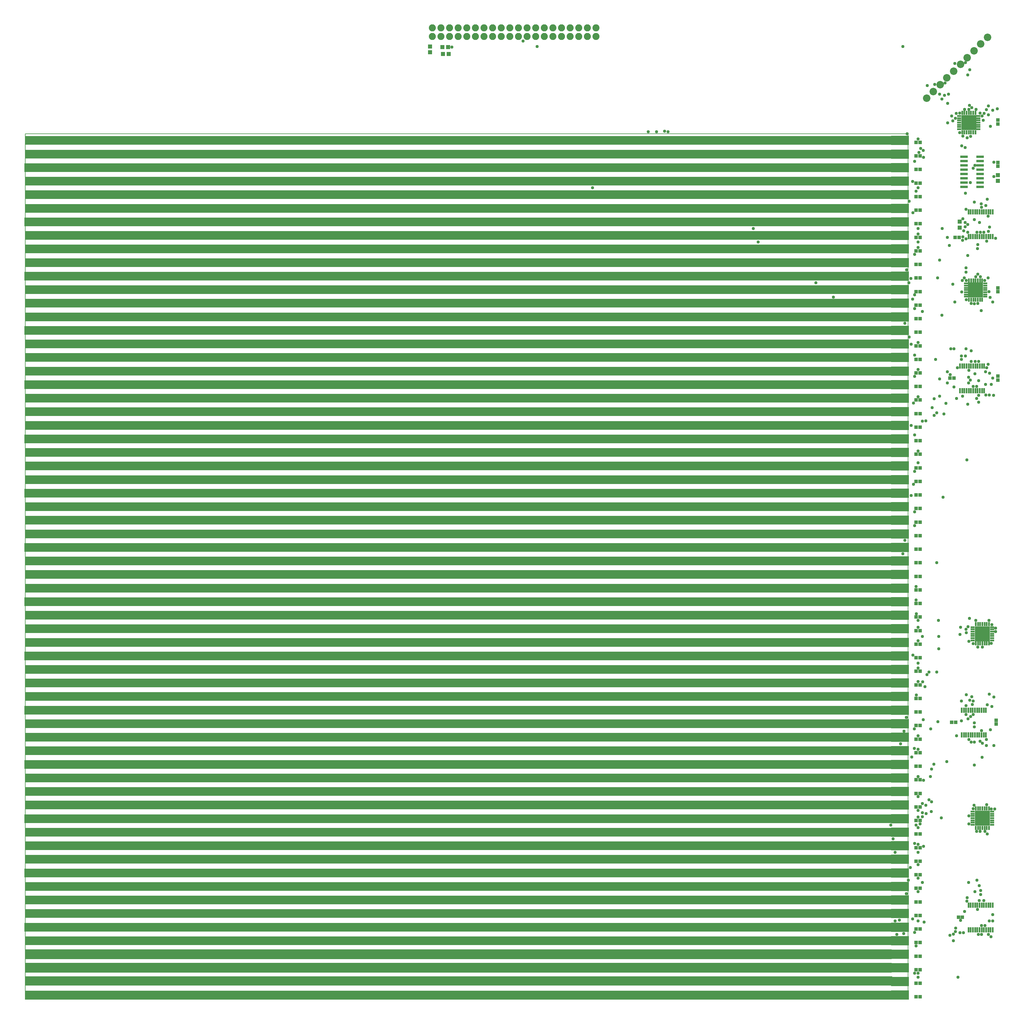
<source format=gbr>
G04 EAGLE Gerber RS-274X export*
G75*
%MOMM*%
%FSLAX34Y34*%
%LPD*%
%INSoldermask Top*%
%IPPOS*%
%AMOC8*
5,1,8,0,0,1.08239X$1,22.5*%
G01*
%ADD10R,0.551200X1.600200*%
%ADD11R,1.203200X1.303200*%
%ADD12R,5.283200X2.743200*%
%ADD13C,0.127000*%
%ADD14R,256.540000X2.540000*%
%ADD15R,255.750000X2.750000*%
%ADD16R,255.500000X3.000000*%
%ADD17R,1.253200X0.553200*%
%ADD18R,0.553200X1.253200*%
%ADD19R,4.403200X4.403200*%
%ADD20R,1.303200X1.203200*%
%ADD21R,2.184400X0.762000*%
%ADD22C,2.082800*%
%ADD23C,2.203200*%
%ADD24R,1.053200X1.103200*%
%ADD25R,1.103200X1.053200*%
%ADD26C,0.959600*%


D10*
X2865126Y217240D03*
X2858626Y217240D03*
X2852126Y217240D03*
X2839126Y217240D03*
X2845626Y217240D03*
X2832626Y217240D03*
X2826126Y217240D03*
X2819626Y217240D03*
X2813126Y217240D03*
X2806626Y217240D03*
X2865126Y290360D03*
X2858626Y290360D03*
X2852126Y290360D03*
X2845626Y290360D03*
X2839126Y290360D03*
X2832626Y290360D03*
X2826126Y290360D03*
X2819626Y290360D03*
X2813126Y290360D03*
X2806626Y290360D03*
X2800126Y290360D03*
X2793626Y290360D03*
X2793626Y217240D03*
X2800126Y217240D03*
X2845126Y792240D03*
X2838626Y792240D03*
X2832126Y792240D03*
X2819126Y792240D03*
X2825626Y792240D03*
X2812626Y792240D03*
X2806126Y792240D03*
X2799626Y792240D03*
X2793126Y792240D03*
X2786626Y792240D03*
X2845126Y865360D03*
X2838626Y865360D03*
X2832126Y865360D03*
X2825626Y865360D03*
X2819126Y865360D03*
X2812626Y865360D03*
X2806126Y865360D03*
X2799626Y865360D03*
X2793126Y865360D03*
X2786626Y865360D03*
X2780126Y865360D03*
X2773626Y865360D03*
X2773626Y792240D03*
X2780126Y792240D03*
X2840126Y1807240D03*
X2833626Y1807240D03*
X2827126Y1807240D03*
X2814126Y1807240D03*
X2820626Y1807240D03*
X2807626Y1807240D03*
X2801126Y1807240D03*
X2794626Y1807240D03*
X2788126Y1807240D03*
X2781626Y1807240D03*
X2840126Y1880360D03*
X2833626Y1880360D03*
X2827126Y1880360D03*
X2820626Y1880360D03*
X2814126Y1880360D03*
X2807626Y1880360D03*
X2801126Y1880360D03*
X2794626Y1880360D03*
X2788126Y1880360D03*
X2781626Y1880360D03*
X2775126Y1880360D03*
X2768626Y1880360D03*
X2768626Y1807240D03*
X2775126Y1807240D03*
X2865126Y2262240D03*
X2858626Y2262240D03*
X2852126Y2262240D03*
X2839126Y2262240D03*
X2845626Y2262240D03*
X2832626Y2262240D03*
X2826126Y2262240D03*
X2819626Y2262240D03*
X2813126Y2262240D03*
X2806626Y2262240D03*
X2865126Y2335360D03*
X2858626Y2335360D03*
X2852126Y2335360D03*
X2845626Y2335360D03*
X2839126Y2335360D03*
X2832626Y2335360D03*
X2826126Y2335360D03*
X2819626Y2335360D03*
X2813126Y2335360D03*
X2806626Y2335360D03*
X2800126Y2335360D03*
X2793626Y2335360D03*
X2793626Y2262240D03*
X2800126Y2262240D03*
D11*
X2768100Y2305800D03*
X2768100Y2288800D03*
D12*
X2591800Y25400D03*
X2591800Y65400D03*
X2591800Y105400D03*
X2591800Y145400D03*
X2591800Y185400D03*
X2591800Y225400D03*
X2591800Y265400D03*
X2591800Y305400D03*
X2591800Y345400D03*
X2591800Y385400D03*
X2591800Y425400D03*
X2591800Y465400D03*
X2591800Y505400D03*
X2591800Y545400D03*
X2591800Y585400D03*
X2591800Y625400D03*
X2591800Y665400D03*
X2591800Y705400D03*
X2591800Y745400D03*
X2591800Y785400D03*
X2591800Y825400D03*
X2591800Y865400D03*
X2591800Y905400D03*
X2591800Y945400D03*
X2591800Y985400D03*
X2591800Y1025400D03*
X2591800Y1065400D03*
X2591800Y1105400D03*
X2591800Y1145400D03*
X2591800Y1185400D03*
X2591800Y1225400D03*
X2591800Y1265400D03*
X2591800Y1305400D03*
X2591800Y1345400D03*
X2591800Y1385400D03*
X2591800Y1425400D03*
X2591800Y1465400D03*
X2591800Y1505400D03*
X2591800Y1545400D03*
X2591800Y1585400D03*
X2591800Y1625400D03*
X2591800Y1665400D03*
X2591800Y1705400D03*
X2591800Y1745400D03*
X2591800Y1785400D03*
X2591800Y1825400D03*
X2591800Y1865400D03*
X2591800Y1905400D03*
X2591800Y1945400D03*
X2591800Y1985400D03*
X2591800Y2025400D03*
X2591800Y2065400D03*
X2591800Y2105400D03*
X2591800Y2145400D03*
X2591800Y2185400D03*
X2591800Y2225400D03*
X2591800Y2265400D03*
X2591800Y2305400D03*
X2591800Y2345400D03*
X2591800Y2385400D03*
X2591800Y2425400D03*
X2591800Y2465400D03*
X2591800Y2505400D03*
X2591800Y2545400D03*
D13*
X11800Y2565400D02*
X11800Y12700D01*
X2615300Y12700D01*
X2615300Y2565400D01*
X11800Y2565400D01*
D14*
X1294500Y25400D03*
D15*
X1290550Y66650D03*
D16*
X1289300Y105400D03*
X1289300Y145400D03*
D14*
X1294500Y185400D03*
X1292000Y225400D03*
X1294500Y265400D03*
X1294500Y305400D03*
X1294500Y345400D03*
X1292000Y385400D03*
X1294500Y425400D03*
X1294500Y465400D03*
X1294500Y505400D03*
X1292000Y545400D03*
X1294500Y585400D03*
X1294500Y625400D03*
X1294500Y665400D03*
X1292000Y705400D03*
X1294500Y745400D03*
X1294500Y785400D03*
X1294500Y825400D03*
X1292000Y865400D03*
X1294500Y905400D03*
X1294500Y945400D03*
X1294500Y985400D03*
X1292000Y1025400D03*
X1294500Y1065400D03*
X1294500Y1105400D03*
X1294500Y1145400D03*
X1292000Y1185400D03*
X1294500Y1225400D03*
X1294500Y1265400D03*
X1294500Y1305400D03*
X1292000Y1345400D03*
X1294500Y1385400D03*
X1294500Y1425400D03*
X1294500Y1465400D03*
X1292000Y1505400D03*
X1294500Y1545400D03*
X1294500Y1585400D03*
X1294500Y1625400D03*
X1292000Y1665400D03*
X1294500Y1705400D03*
X1294500Y1745400D03*
X1294500Y1785400D03*
X1292000Y1825400D03*
X1294500Y1865400D03*
X1294500Y1905400D03*
X1294500Y1945400D03*
X1292000Y1985400D03*
X1294500Y2025400D03*
X1294500Y2065400D03*
X1294500Y2105400D03*
X1292000Y2145400D03*
X1294500Y2185400D03*
X1294500Y2225400D03*
X1294500Y2265400D03*
X1292000Y2305400D03*
X1294500Y2345400D03*
X1294500Y2385400D03*
X1294500Y2425400D03*
X1292000Y2465400D03*
X1294500Y2505400D03*
X1294500Y2545400D03*
D17*
X2806124Y566400D03*
X2806124Y559900D03*
X2806124Y553400D03*
X2806124Y546900D03*
X2806124Y540400D03*
X2806124Y533900D03*
X2806124Y527400D03*
D18*
X2815124Y518400D03*
X2821624Y518400D03*
X2828124Y518400D03*
X2834624Y518400D03*
X2841124Y518400D03*
X2847624Y518400D03*
X2854124Y518400D03*
D17*
X2863124Y527400D03*
X2863124Y533900D03*
X2863124Y540400D03*
X2863124Y546900D03*
X2863124Y553400D03*
X2863124Y559900D03*
X2863124Y566400D03*
D18*
X2854124Y575400D03*
X2847624Y575400D03*
X2841124Y575400D03*
X2834624Y575400D03*
X2828124Y575400D03*
X2821624Y575400D03*
X2815124Y575400D03*
D19*
X2834624Y546900D03*
D11*
X1205800Y2806000D03*
X1205800Y2823000D03*
D20*
X1243600Y2801000D03*
X1260600Y2801000D03*
X1241700Y2821000D03*
X1258700Y2821000D03*
D17*
X2806124Y1110200D03*
X2806124Y1103700D03*
X2806124Y1097200D03*
X2806124Y1090700D03*
X2806124Y1084200D03*
X2806124Y1077700D03*
X2806124Y1071200D03*
D18*
X2815124Y1062200D03*
X2821624Y1062200D03*
X2828124Y1062200D03*
X2834624Y1062200D03*
X2841124Y1062200D03*
X2847624Y1062200D03*
X2854124Y1062200D03*
D17*
X2863124Y1071200D03*
X2863124Y1077700D03*
X2863124Y1084200D03*
X2863124Y1090700D03*
X2863124Y1097200D03*
X2863124Y1103700D03*
X2863124Y1110200D03*
D18*
X2854124Y1119200D03*
X2847624Y1119200D03*
X2841124Y1119200D03*
X2834624Y1119200D03*
X2828124Y1119200D03*
X2821624Y1119200D03*
X2815124Y1119200D03*
D19*
X2834624Y1090700D03*
D17*
X2786124Y2124000D03*
X2786124Y2117500D03*
X2786124Y2111000D03*
X2786124Y2104500D03*
X2786124Y2098000D03*
X2786124Y2091500D03*
X2786124Y2085000D03*
D18*
X2795124Y2076000D03*
X2801624Y2076000D03*
X2808124Y2076000D03*
X2814624Y2076000D03*
X2821124Y2076000D03*
X2827624Y2076000D03*
X2834124Y2076000D03*
D17*
X2843124Y2085000D03*
X2843124Y2091500D03*
X2843124Y2098000D03*
X2843124Y2104500D03*
X2843124Y2111000D03*
X2843124Y2117500D03*
X2843124Y2124000D03*
D18*
X2834124Y2133000D03*
X2827624Y2133000D03*
X2821124Y2133000D03*
X2814624Y2133000D03*
X2808124Y2133000D03*
X2801624Y2133000D03*
X2795124Y2133000D03*
D19*
X2814624Y2104500D03*
D17*
X2766124Y2617800D03*
X2766124Y2611300D03*
X2766124Y2604800D03*
X2766124Y2598300D03*
X2766124Y2591800D03*
X2766124Y2585300D03*
X2766124Y2578800D03*
D18*
X2775124Y2569800D03*
X2781624Y2569800D03*
X2788124Y2569800D03*
X2794624Y2569800D03*
X2801124Y2569800D03*
X2807624Y2569800D03*
X2814124Y2569800D03*
D17*
X2823124Y2578800D03*
X2823124Y2585300D03*
X2823124Y2591800D03*
X2823124Y2598300D03*
X2823124Y2604800D03*
X2823124Y2611300D03*
X2823124Y2617800D03*
D18*
X2814124Y2626800D03*
X2807624Y2626800D03*
X2801124Y2626800D03*
X2794624Y2626800D03*
X2788124Y2626800D03*
X2781624Y2626800D03*
X2775124Y2626800D03*
D19*
X2794624Y2598300D03*
D21*
X2780754Y2497350D03*
X2780754Y2484650D03*
X2780754Y2471950D03*
X2780754Y2459250D03*
X2780754Y2446550D03*
X2780754Y2433850D03*
X2780754Y2421150D03*
X2780754Y2408450D03*
X2827998Y2408450D03*
X2827998Y2421150D03*
X2827998Y2433850D03*
X2827998Y2446550D03*
X2827998Y2459250D03*
X2827998Y2471950D03*
X2827998Y2484650D03*
X2827998Y2497350D03*
D22*
X1212300Y2852400D03*
X1237700Y2852400D03*
X1263100Y2852400D03*
X1288500Y2852400D03*
X1313900Y2852400D03*
X1339300Y2852400D03*
X1364700Y2852400D03*
X1390100Y2852400D03*
X1415500Y2852400D03*
X1440900Y2852400D03*
X1466300Y2852400D03*
X1491700Y2852400D03*
X1517100Y2852400D03*
X1517100Y2877800D03*
X1491700Y2877800D03*
X1466300Y2877800D03*
X1440900Y2877800D03*
X1415500Y2877800D03*
X1390100Y2877800D03*
X1364700Y2877800D03*
X1339300Y2877800D03*
X1313900Y2877800D03*
X1288500Y2877800D03*
X1263100Y2877800D03*
X1237700Y2877800D03*
X1212300Y2877800D03*
X1542500Y2852400D03*
X1542500Y2877800D03*
X1567900Y2852400D03*
X1567900Y2877800D03*
X1593300Y2852400D03*
X1593300Y2877800D03*
X1618700Y2852400D03*
X1618700Y2877800D03*
X1644100Y2852400D03*
X1644100Y2877800D03*
X1669500Y2852400D03*
X1669500Y2877800D03*
X1694900Y2852400D03*
X1694900Y2877800D03*
D23*
X2670000Y2670000D03*
X2690000Y2690000D03*
X2710000Y2710000D03*
X2730000Y2730000D03*
X2750000Y2750000D03*
X2770000Y2770000D03*
X2790000Y2790000D03*
X2810000Y2810000D03*
X2830000Y2830000D03*
X2850000Y2850000D03*
D24*
X2639200Y20000D03*
X2650800Y20000D03*
X2639200Y60000D03*
X2650800Y60000D03*
X2639200Y100000D03*
X2650800Y100000D03*
X2639200Y140000D03*
X2650800Y140000D03*
X2639200Y180000D03*
X2650800Y180000D03*
X2639200Y220000D03*
X2650800Y220000D03*
X2639200Y260000D03*
X2650800Y260000D03*
X2639200Y300000D03*
X2650800Y300000D03*
X2639200Y340000D03*
X2650800Y340000D03*
X2639200Y380000D03*
X2650800Y380000D03*
X2639200Y420000D03*
X2650800Y420000D03*
X2639200Y460000D03*
X2650800Y460000D03*
X2639200Y500000D03*
X2650800Y500000D03*
X2639200Y540000D03*
X2650800Y540000D03*
X2639200Y580000D03*
X2650800Y580000D03*
X2639200Y620000D03*
X2650800Y620000D03*
X2639200Y660000D03*
X2650800Y660000D03*
X2639200Y700000D03*
X2650800Y700000D03*
X2639200Y740000D03*
X2650800Y740000D03*
X2639200Y780000D03*
X2650800Y780000D03*
X2639200Y820000D03*
X2650800Y820000D03*
X2639200Y860000D03*
X2650800Y860000D03*
X2639200Y900000D03*
X2650800Y900000D03*
X2639200Y940000D03*
X2650800Y940000D03*
X2639200Y980000D03*
X2650800Y980000D03*
X2639200Y1020000D03*
X2650800Y1020000D03*
X2639200Y1060000D03*
X2650800Y1060000D03*
X2639200Y1100000D03*
X2650800Y1100000D03*
X2639200Y1140000D03*
X2650800Y1140000D03*
X2639200Y1180000D03*
X2650800Y1180000D03*
X2639200Y1220000D03*
X2650800Y1220000D03*
X2639200Y1300000D03*
X2650800Y1300000D03*
X2639200Y1340000D03*
X2650800Y1340000D03*
X2639200Y1380000D03*
X2650800Y1380000D03*
X2639200Y1420000D03*
X2650800Y1420000D03*
X2639200Y1460000D03*
X2650800Y1460000D03*
X2639200Y1500000D03*
X2650800Y1500000D03*
X2639200Y1540000D03*
X2650800Y1540000D03*
X2639200Y1580000D03*
X2650800Y1580000D03*
X2639200Y1620000D03*
X2650800Y1620000D03*
X2639200Y1660000D03*
X2650800Y1660000D03*
X2639200Y1700000D03*
X2650800Y1700000D03*
X2639200Y1740000D03*
X2650800Y1740000D03*
X2639200Y1780000D03*
X2650800Y1780000D03*
X2639200Y1820000D03*
X2650800Y1820000D03*
X2639200Y1860000D03*
X2650800Y1860000D03*
X2639200Y1900000D03*
X2650800Y1900000D03*
X2639200Y1940000D03*
X2650800Y1940000D03*
X2639200Y1980000D03*
X2650800Y1980000D03*
X2639200Y2020000D03*
X2650800Y2020000D03*
X2639200Y2060000D03*
X2650800Y2060000D03*
X2639200Y2100000D03*
X2650800Y2100000D03*
X2639200Y2140000D03*
X2650800Y2140000D03*
X2639200Y2180000D03*
X2650800Y2180000D03*
X2639200Y2220000D03*
X2650800Y2220000D03*
X2639200Y2260000D03*
X2650800Y2260000D03*
X2639200Y2300000D03*
X2650800Y2300000D03*
X2639200Y2340000D03*
X2650800Y2340000D03*
X2639200Y2380000D03*
X2650800Y2380000D03*
X2639200Y2420000D03*
X2650800Y2420000D03*
X2639200Y2460000D03*
X2650800Y2460000D03*
X2639200Y2500000D03*
X2650800Y2500000D03*
X2639200Y1260000D03*
X2650800Y1260000D03*
X2639200Y2540000D03*
X2650800Y2540000D03*
X2764200Y255000D03*
X2775800Y255000D03*
X2744200Y830000D03*
X2755800Y830000D03*
X2739200Y1845000D03*
X2750800Y1845000D03*
X2754200Y2260000D03*
X2765800Y2260000D03*
D25*
X2875000Y824200D03*
X2875000Y835800D03*
X2880000Y1839200D03*
X2880000Y1850800D03*
X2880000Y2099200D03*
X2880000Y2110800D03*
X2880000Y2594200D03*
X2880000Y2605800D03*
X2880000Y2469200D03*
X2880000Y2480800D03*
D11*
X2880000Y2426500D03*
X2880000Y2443500D03*
D26*
X2821250Y2065000D03*
X2807500Y2463750D03*
X2835000Y1051250D03*
X2800000Y2557500D03*
X2737500Y2236250D03*
X2780000Y2278750D03*
X2661250Y658750D03*
X2778750Y208750D03*
X2727500Y1770000D03*
X2700000Y1742500D03*
X2700000Y1300000D03*
X2786250Y852500D03*
X2633750Y810000D03*
X2603750Y803750D03*
X2571250Y486250D03*
X2635000Y472500D03*
X2790000Y312500D03*
X2772500Y1910000D03*
X2751250Y1931250D03*
X2731250Y2260000D03*
X2786250Y2342500D03*
X1848750Y2571250D03*
X2173750Y2246250D03*
X2645000Y2246250D03*
X2686250Y1757500D03*
X2696250Y1900000D03*
X2610000Y843750D03*
X2577500Y446250D03*
X2645000Y446250D03*
X2788750Y302500D03*
X2772500Y1900000D03*
X2741250Y1931250D03*
X1873750Y2571250D03*
X2158750Y2286250D03*
X2645000Y2286250D03*
X2716250Y2286250D03*
X2721250Y1738750D03*
X2685000Y691250D03*
X2590000Y246250D03*
X2577500Y243750D03*
X2756250Y222500D03*
X2751250Y1818750D03*
X2708750Y1791250D03*
X2702500Y2140000D03*
X2791250Y2275000D03*
X1907500Y2571250D03*
X2395000Y2083750D03*
X2628750Y2077500D03*
X2682500Y810000D03*
X2703750Y831250D03*
X2706250Y1046250D03*
X2706250Y1082500D03*
X2691250Y706250D03*
X2602500Y206250D03*
X2582500Y203750D03*
X2768750Y208750D03*
X2731250Y1830000D03*
X2708750Y1842500D03*
X2708750Y2192500D03*
X2777500Y2261250D03*
X1897500Y2572500D03*
X2343750Y2126250D03*
X2617500Y2126250D03*
X2790000Y2553750D03*
X2812500Y2472500D03*
X2795000Y530000D03*
X2651250Y530000D03*
X2817500Y1820000D03*
X2798750Y1838750D03*
X2811250Y2063750D03*
X2831250Y2043750D03*
X2795000Y1068750D03*
X2772500Y833750D03*
X2667500Y1718750D03*
X2811250Y827500D03*
X2661250Y2496250D03*
X2855000Y243750D03*
X2822500Y203750D03*
X2635000Y90000D03*
X2738750Y201250D03*
X2865000Y262500D03*
X2865000Y243750D03*
X2748750Y205000D03*
X2748750Y185000D03*
X2762500Y77500D03*
X2645000Y77500D03*
X2755000Y212500D03*
X2645000Y90000D03*
X2871250Y573750D03*
X2832500Y203750D03*
X2638750Y170000D03*
X2861250Y573750D03*
X2832500Y230000D03*
X2635000Y210000D03*
X2657500Y590000D03*
X2628750Y250000D03*
X2847500Y586250D03*
X2852500Y203750D03*
X2645000Y243750D03*
X2677500Y601250D03*
X2610000Y323750D03*
X2860000Y197500D03*
X2662500Y240000D03*
X2685000Y595000D03*
X2616250Y363750D03*
X2782500Y271250D03*
X2645000Y330000D03*
X2667500Y585000D03*
X2622500Y401250D03*
X2830000Y321250D03*
X2793750Y357500D03*
X2657500Y357500D03*
X2645000Y370000D03*
X2810000Y585000D03*
X2820000Y277500D03*
X2645000Y410000D03*
X2807500Y575000D03*
X2838750Y303750D03*
X2645000Y470000D03*
X2683750Y566250D03*
X2638750Y526250D03*
X2825000Y347500D03*
X2668750Y560000D03*
X2645000Y550000D03*
X2825000Y303750D03*
X2661250Y463750D03*
X2657500Y551250D03*
X2657500Y562500D03*
X2645000Y570000D03*
X2818750Y363750D03*
X2795000Y553750D03*
X2713750Y547500D03*
X2645000Y610000D03*
X2812500Y330000D03*
X2862500Y876250D03*
X2846250Y761250D03*
X2645000Y670000D03*
X2681250Y670000D03*
X2658750Y948750D03*
X2626250Y727500D03*
X2795000Y778750D03*
X2873750Y1097500D03*
X2827500Y773750D03*
X2645000Y750000D03*
X2801250Y771250D03*
X2873750Y1107500D03*
X2835000Y767500D03*
X2645000Y790000D03*
X2758750Y790000D03*
X2862500Y1117500D03*
X2855000Y912500D03*
X2853750Y1130000D03*
X2832500Y805000D03*
X2660000Y837500D03*
X2811250Y816250D03*
X2665000Y935000D03*
X2640000Y910000D03*
X2811250Y771250D03*
X2671250Y970000D03*
X2645000Y950000D03*
X2730000Y713750D03*
X2677500Y977500D03*
X2645000Y990000D03*
X2800000Y846250D03*
X2700000Y977500D03*
X2796250Y1136250D03*
X2630000Y1027500D03*
X2792500Y840000D03*
X2645000Y1003750D03*
X2815000Y1130000D03*
X2705000Y1130000D03*
X2657500Y1082500D03*
X2645000Y1070000D03*
X2807500Y852500D03*
X2770000Y1110000D03*
X2645000Y1110000D03*
X2803750Y905000D03*
X2787500Y1093750D03*
X2792500Y1111250D03*
X2645000Y1130000D03*
X2807500Y892500D03*
X2786250Y1103750D03*
X2640000Y1150000D03*
X2805000Y882500D03*
X2787500Y911250D03*
X2797500Y895000D03*
X2638750Y1190000D03*
X2768750Y1088750D03*
X2772500Y892500D03*
X2786250Y878750D03*
X2638750Y1230000D03*
X2853750Y2100000D03*
X2843750Y1863750D03*
X2600000Y1326250D03*
X2776250Y1791250D03*
X2857500Y2082500D03*
X2856250Y1858750D03*
X2606250Y1366250D03*
X2758750Y1785000D03*
X2753750Y2068750D03*
X2715000Y2030000D03*
X2635000Y1410000D03*
X2718750Y1493750D03*
X2851250Y2140000D03*
X2867500Y1793750D03*
X2635000Y1450000D03*
X2788750Y1603750D03*
X2786250Y2157500D03*
X2747500Y2121250D03*
X2793750Y1830000D03*
X2807500Y1820000D03*
X2625000Y1498750D03*
X2841250Y2132500D03*
X2843750Y1826250D03*
X2631250Y1531250D03*
X2817500Y1785000D03*
X2828750Y2143750D03*
X2851250Y1885000D03*
X2823750Y1837500D03*
X2823750Y1793750D03*
X2635000Y1570000D03*
X2821250Y2151250D03*
X2845000Y1795000D03*
X2645000Y1595000D03*
X2823750Y1773750D03*
X2815000Y2143750D03*
X2847500Y1875000D03*
X2645000Y1630000D03*
X2791250Y1767500D03*
X2861250Y1826250D03*
X2761250Y1875000D03*
X2812500Y1857500D03*
X2635000Y1677500D03*
X2692500Y1735000D03*
X2692500Y1783750D03*
X2781250Y2140000D03*
X2625000Y1705000D03*
X2793750Y1847500D03*
X2787500Y2132500D03*
X2813750Y1893750D03*
X2631250Y1771250D03*
X2775000Y2132500D03*
X2823750Y1893750D03*
X2645000Y1790000D03*
X2785000Y1910000D03*
X2801250Y1893750D03*
X2635000Y1850000D03*
X2645000Y1870000D03*
X2795000Y1867500D03*
X2773750Y2098750D03*
X2786250Y1931250D03*
X2635000Y1912500D03*
X2852500Y2621250D03*
X2625000Y1945000D03*
X2786250Y2255000D03*
X2846250Y2636250D03*
X2606250Y2006250D03*
X2818750Y2275000D03*
X2865000Y2635000D03*
X2852500Y2647500D03*
X2837500Y2605000D03*
X2828750Y2275000D03*
X2635000Y2050000D03*
X2791250Y2206250D03*
X2821250Y2238750D03*
X2840000Y2625000D03*
X2847500Y2248750D03*
X2635000Y2090000D03*
X2776250Y2251250D03*
X2833750Y2617500D03*
X2838750Y2275000D03*
X2623750Y2138750D03*
X2732500Y2655000D03*
X2611250Y2163750D03*
X2791250Y2297500D03*
X2816250Y2637500D03*
X2852500Y2277500D03*
X2635000Y2210000D03*
X2783750Y2303750D03*
X2826250Y2303750D03*
X2803750Y2642500D03*
X2856250Y2290000D03*
X2645000Y2230000D03*
X2783750Y2291250D03*
X2795000Y2637500D03*
X2851250Y2322500D03*
X2645000Y2270000D03*
X2777500Y2315000D03*
X2811250Y2312500D03*
X2796250Y2648750D03*
X2848750Y2372500D03*
X2630000Y2332500D03*
X2757500Y2625000D03*
X2782500Y2637500D03*
X2845000Y2353750D03*
X2618750Y2366250D03*
X2767500Y2626250D03*
X2638750Y2396250D03*
X2831250Y2358750D03*
X2743750Y2617500D03*
X2628750Y2425000D03*
X2832500Y2348750D03*
X2811250Y2363750D03*
X2785000Y2390000D03*
X2755000Y2611250D03*
X2635000Y2483750D03*
X2652500Y2522500D03*
X2747500Y2603750D03*
X2647500Y2510000D03*
X2660000Y2516250D03*
X2732500Y2597500D03*
X2645000Y2550000D03*
X2801250Y1925000D03*
X2645000Y1950000D03*
X2618750Y1966250D03*
X2725000Y2715000D03*
X2830000Y333750D03*
X2645000Y518750D03*
X2565000Y526250D03*
X2693750Y2711250D03*
X2817500Y507500D03*
X2807500Y1061250D03*
X1270000Y2821250D03*
X2787500Y2076250D03*
X2767500Y2568750D03*
X1685000Y2406250D03*
X2645000Y2406250D03*
X2827500Y507500D03*
X2821250Y1051250D03*
X2777500Y2558750D03*
X2801250Y2065000D03*
X2612500Y2565000D03*
X2715000Y2667500D03*
X2773750Y2530000D03*
X2820000Y2226250D03*
X2827500Y2626250D03*
X2848750Y500000D03*
X2833750Y726250D03*
X2868750Y761250D03*
X2868750Y903750D03*
X2786250Y2170000D03*
X2657500Y2041250D03*
X2657500Y1717500D03*
X2593750Y766250D03*
X2633750Y752500D03*
X2811250Y703750D03*
X2858750Y2587500D03*
X2785000Y2775000D03*
X2708750Y2682500D03*
X2753750Y2772500D03*
X2735000Y2682500D03*
X2791250Y2738750D03*
X1521250Y2822500D03*
X2600000Y2822500D03*
X2798750Y2421250D03*
X2783750Y2525000D03*
X2722500Y2678750D03*
X2797500Y2753750D03*
X1480000Y2838750D03*
X2842500Y230000D03*
X2770000Y245000D03*
X2858750Y807500D03*
X2846250Y778750D03*
X2848750Y881250D03*
X2842500Y507500D03*
X2865000Y1845000D03*
X2865000Y2068750D03*
X2740000Y1855000D03*
X2731250Y1863750D03*
X2672500Y2707500D03*
X2873750Y2257500D03*
X2878750Y2638750D03*
X2861250Y1062500D03*
X2855000Y1795000D03*
X2868750Y2438750D03*
X2868750Y2481250D03*
M02*

</source>
